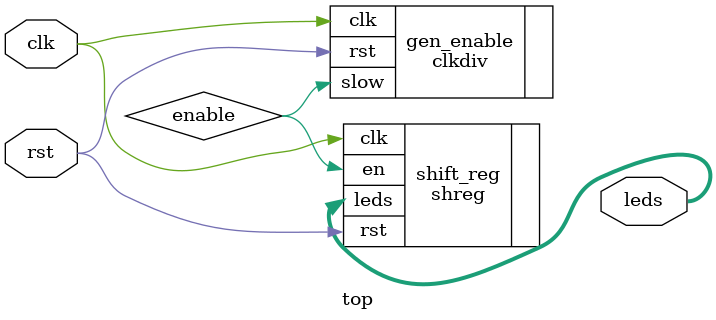
<source format=sv>
`timescale 1ns / 1ps


module top #(parameter div = 50_000_000)(input clk, input rst, output [7:0] leds);


shreg shift_reg (.clk(clk), .rst(rst), .en(enable), .leds(leds));
clkdiv #(.div(div)) gen_enable(.clk(clk), .rst(rst), .slow(enable));

endmodule

</source>
